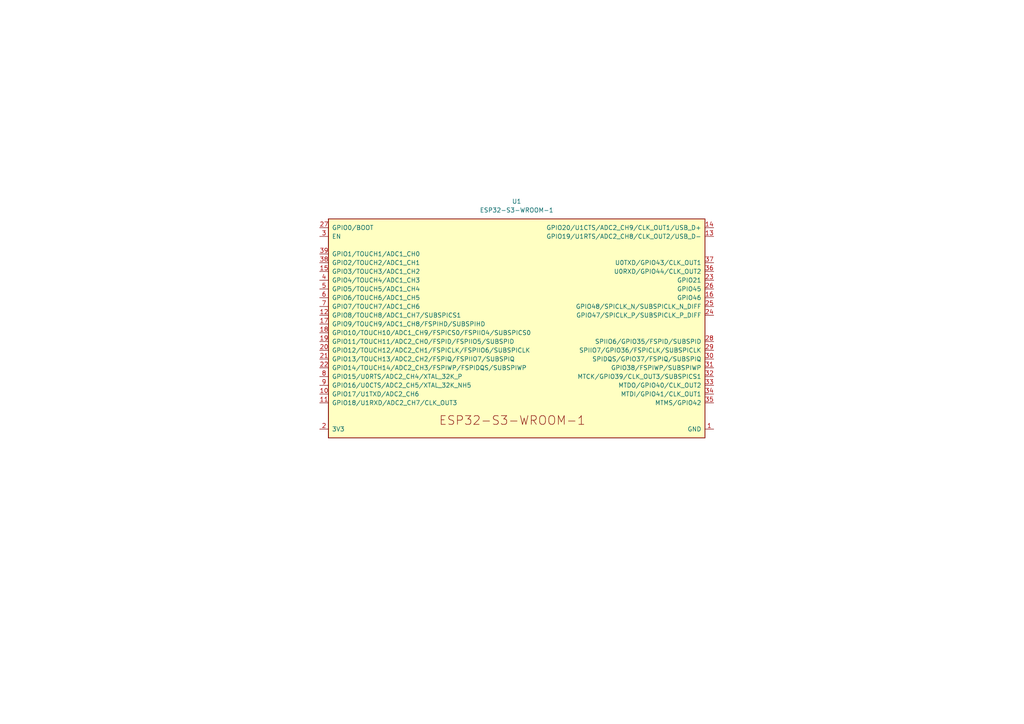
<source format=kicad_sch>
(kicad_sch (version 20211123) (generator eeschema)
  (paper "A4")
  (lib_symbols
    (symbol "Espressif:ESP32-S3-WROOM-1" (pin_names (offset 1.016))
      (property "Reference" "U" (at -53.34 38.1 0))
      (property "Value" "ESP32-S3-WROOM-1" (at -53.34 35.56 0))
      (symbol "ESP32-S3-WROOM-1_0_0"
        (rectangle (start -53.34 33.02) (end 55.88 -30.48) (stroke (width 0.254)) (fill (type background)))
        (text "ESP32-S3-WROOM-1" (at 0 -25.4 0) (effects (font (size 2.54 2.54))))
        (pin power_in line (at 58.42 -27.94 180) (length 2.54) (name "GND") (number "1"))
        (pin bidirectional line (at -55.88 -17.78 0) (length 2.54) (name "GPIO17/U1TXD/ADC2_CH6") (number "10"))
        (pin bidirectional line (at -55.88 -20.32 0) (length 2.54) (name "GPIO18/U1RXD/ADC2_CH7/CLK_OUT3") (number "11"))
        (pin bidirectional line (at -55.88 5.08 0) (length 2.54) (name "GPIO8/TOUCH8/ADC1_CH7/SUBSPICS1") (number "12"))
        (pin bidirectional line (at 58.42 27.94 180) (length 2.54) (name "GPIO19/U1RTS/ADC2_CH8/CLK_OUT2/USB_D-") (number "13"))
        (pin bidirectional line (at 58.42 30.48 180) (length 2.54) (name "GPIO20/U1CTS/ADC2_CH9/CLK_OUT1/USB_D+") (number "14"))
        (pin bidirectional line (at -55.88 17.78 0) (length 2.54) (name "GPIO3/TOUCH3/ADC1_CH2") (number "15"))
        (pin bidirectional line (at 58.42 10.16 180) (length 2.54) (name "GPIO46") (number "16"))
        (pin bidirectional line (at -55.88 2.54 0) (length 2.54) (name "GPIO9/TOUCH9/ADC1_CH8/FSPIHD/SUBSPIHD") (number "17"))
        (pin bidirectional line (at -55.88 0 0) (length 2.54) (name "GPIO10/TOUCH10/ADC1_CH9/FSPICS0/FSPIIO4/SUBSPICS0") (number "18"))
        (pin bidirectional line (at -55.88 -2.54 0) (length 2.54) (name "GPIO11/TOUCH11/ADC2_CH0/FSPID/FSPIIO5/SUBSPID") (number "19"))
        (pin power_in line (at -55.88 -27.94 0) (length 2.54) (name "3V3") (number "2"))
        (pin bidirectional line (at -55.88 -5.08 0) (length 2.54) (name "GPIO12/TOUCH12/ADC2_CH1/FSPICLK/FSPIIO6/SUBSPICLK") (number "20"))
        (pin bidirectional line (at -55.88 -7.62 0) (length 2.54) (name "GPIO13/TOUCH13/ADC2_CH2/FSPIQ/FSPIIO7/SUBSPIQ") (number "21"))
        (pin bidirectional line (at -55.88 -10.16 0) (length 2.54) (name "GPIO14/TOUCH14/ADC2_CH3/FSPIWP/FSPIDQS/SUBSPIWP") (number "22"))
        (pin bidirectional line (at 58.42 15.24 180) (length 2.54) (name "GPIO21") (number "23"))
        (pin bidirectional line (at 58.42 5.08 180) (length 2.54) (name "GPIO47/SPICLK_P/SUBSPICLK_P_DIFF") (number "24"))
        (pin bidirectional line (at 58.42 7.62 180) (length 2.54) (name "GPIO48/SPICLK_N/SUBSPICLK_N_DIFF") (number "25"))
        (pin bidirectional line (at 58.42 12.7 180) (length 2.54) (name "GPIO45") (number "26"))
        (pin bidirectional line (at -55.88 30.48 0) (length 2.54) (name "GPIO0/BOOT") (number "27"))
        (pin bidirectional line (at 58.42 -2.54 180) (length 2.54) (name "SPIIO6/GPIO35/FSPID/SUBSPID") (number "28"))
        (pin bidirectional line (at 58.42 -5.08 180) (length 2.54) (name "SPIIO7/GPIO36/FSPICLK/SUBSPICLK") (number "29"))
        (pin input line (at -55.88 27.94 0) (length 2.54) (name "EN") (number "3"))
        (pin bidirectional line (at 58.42 -7.62 180) (length 2.54) (name "SPIDQS/GPIO37/FSPIQ/SUBSPIQ") (number "30"))
        (pin bidirectional line (at 58.42 -10.16 180) (length 2.54) (name "GPIO38/FSPIWP/SUBSPIWP") (number "31"))
        (pin bidirectional line (at 58.42 -12.7 180) (length 2.54) (name "MTCK/GPIO39/CLK_OUT3/SUBSPICS1") (number "32"))
        (pin bidirectional line (at 58.42 -15.24 180) (length 2.54) (name "MTDO/GPIO40/CLK_OUT2") (number "33"))
        (pin bidirectional line (at 58.42 -17.78 180) (length 2.54) (name "MTDI/GPIO41/CLK_OUT1") (number "34"))
        (pin bidirectional line (at 58.42 -20.32 180) (length 2.54) (name "MTMS/GPIO42") (number "35"))
        (pin bidirectional line (at 58.42 17.78 180) (length 2.54) (name "U0RXD/GPIO44/CLK_OUT2") (number "36"))
        (pin bidirectional line (at 58.42 20.32 180) (length 2.54) (name "U0TXD/GPIO43/CLK_OUT1") (number "37"))
        (pin bidirectional line (at -55.88 20.32 0) (length 2.54) (name "GPIO2/TOUCH2/ADC1_CH1") (number "38"))
        (pin bidirectional line (at -55.88 22.86 0) (length 2.54) (name "GPIO1/TOUCH1/ADC1_CH0") (number "39"))
        (pin bidirectional line (at -55.88 15.24 0) (length 2.54) (name "GPIO4/TOUCH4/ADC1_CH3") (number "4"))
        (pin passive line (at 58.42 -27.94 180) (length 2.54) hide (name "GND") (number "40"))
        (pin passive line (at 58.42 -27.94 180) (length 2.54) hide (name "GND") (number "41"))
        (pin bidirectional line (at -55.88 12.7 0) (length 2.54) (name "GPIO5/TOUCH5/ADC1_CH4") (number "5"))
        (pin bidirectional line (at -55.88 10.16 0) (length 2.54) (name "GPIO6/TOUCH6/ADC1_CH5") (number "6"))
        (pin bidirectional line (at -55.88 7.62 0) (length 2.54) (name "GPIO7/TOUCH7/ADC1_CH6") (number "7"))
        (pin bidirectional line (at -55.88 -12.7 0) (length 2.54) (name "GPIO15/U0RTS/ADC2_CH4/XTAL_32K_P") (number "8"))
        (pin bidirectional line (at -55.88 -15.24 0) (length 2.54) (name "GPIO16/U0CTS/ADC2_CH5/XTAL_32K_NH5") (number "9"))
      )
    )
  )
  (symbol (lib_id "Espressif:ESP32-S3-WROOM-1") (at 148.59 96.52 0) (unit 1)
    (property "Reference" "U1" (at 149.86 58.42 0))
    (property "Value" "ESP32-S3-WROOM-1" (at 149.86 60.96 0))
    (property "Footprint" "Espressif:ESP32-S3-WROOM-1" (effects hide))
    (property "Datasheet" "https://www.espressif.com/sites/default/files/documentation/esp32-s3-wroom-1_wroom-1u_datasheet_en.pdf" (effects hide))
  )
)
</source>
